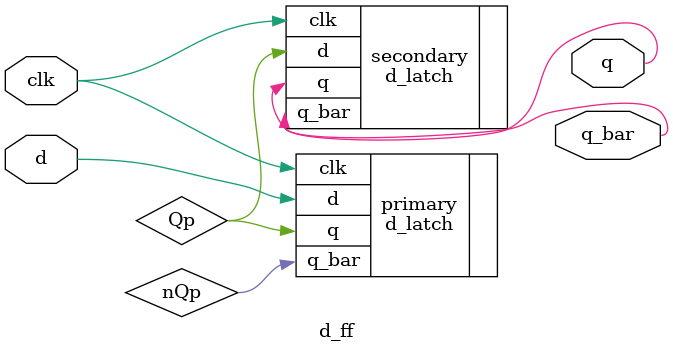
<source format=sv>
module d_ff(
    input logic d,
    input logic clk,
    output logic q,
    output logic q_bar
);

logic Qp, nQp;

d_latch primary(
    .d(d),
    .clk(clk),
    .q(Qp),
    .q_bar(nQp)
);

d_latch secondary(
    .d(Qp),
    .clk(clk),
    .q(q),
    .q_bar(q_bar)
);


// module d_ff(
//     input logic D,
//     input logic clk,
//     input logic reset,
//     output logic Q,
//     output logic Q_bar
// );

//     logic d_not;
//     not_gate not1(.in(D), .out(d_not));
//     and_gate and1(.in1(d_not), .in2(clk), .out(Q));
//     and_gate and2(.in1(D), .in2(clk), .out(Q_bar));
//     always_comb begin
//         if (reset) begin
//             Q <= 0;
//             Q_bar <= 1;
//         end
//     end
// endmodule

// // not_gate module
// module not_gate(
//     input logic in,
//     output logic out
// );
//     assign out = ~in;
// endmodule

// // and_gate module
// module and_gate(
//     input logic in1,
//     input logic in2,
//     output logic out
// );
//     assign out = in1 & in2;
// endmodule




// module d_ff(
//     input logic D,
//     input logic clk,
//     input logic reset,
//     output logic Q,
//     output logic Q_bar);

//     always_ff @(posedge clk, posedge reset) begin
//         if (reset) begin
//             Q <= 0;
//             Q_bar <= 1;
//         end else begin
//             Q <= D;
//             Q_bar <= ~D;
//         end
//     end
// endmodule




endmodule
</source>
